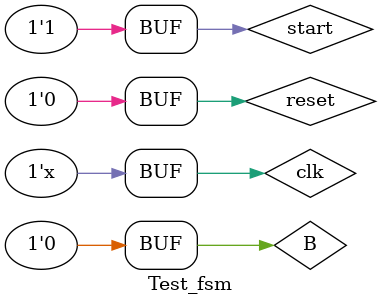
<source format=v>
`timescale 1ns / 1ps

module Test_fsm();
reg B,clk,reset,start;
wire cntclr,cnten;
wire [3:0]count;

fsm dut(B,clk,reset,start,cntclr,cnten,count);

initial begin
    B=0;clk=0;reset=0;start=0;
    #100;
    B=2;clk=1;reset=0;start=1;
    #10;
    B=0;clk=0;reset=0;start=1;
    #10;
    B=0;clk=0;reset=0;start=0;
    #10;
    B=2;clk=1;reset=0;start=1;
end
always #10 clk = ~clk;
endmodule

</source>
